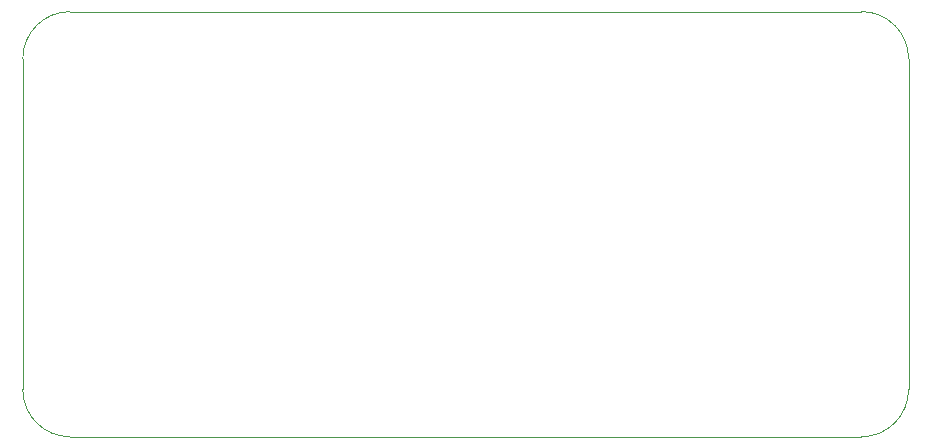
<source format=gbr>
%TF.GenerationSoftware,KiCad,Pcbnew,(6.0.5)*%
%TF.CreationDate,2023-02-17T00:10:57+08:00*%
%TF.ProjectId,EmoeNAP,456d6f65-4e41-4502-9e6b-696361645f70,rev?*%
%TF.SameCoordinates,Original*%
%TF.FileFunction,Profile,NP*%
%FSLAX46Y46*%
G04 Gerber Fmt 4.6, Leading zero omitted, Abs format (unit mm)*
G04 Created by KiCad (PCBNEW (6.0.5)) date 2023-02-17 00:10:57*
%MOMM*%
%LPD*%
G01*
G04 APERTURE LIST*
%TA.AperFunction,Profile*%
%ADD10C,0.100000*%
%TD*%
G04 APERTURE END LIST*
D10*
X114000000Y-89000000D02*
G75*
G03*
X110000000Y-93000000I0J-4000000D01*
G01*
X114000000Y-89000000D02*
X181000000Y-89000000D01*
X114000000Y-125000000D02*
X181000000Y-125000000D01*
X110000000Y-93000000D02*
X110000000Y-121000000D01*
X110000000Y-121000000D02*
G75*
G03*
X114000000Y-125000000I4000000J0D01*
G01*
X181000000Y-125000000D02*
G75*
G03*
X185000000Y-121000000I0J4000000D01*
G01*
X185000000Y-93000000D02*
G75*
G03*
X181000000Y-89000000I-4000000J0D01*
G01*
X185000000Y-93000000D02*
X185000000Y-121000000D01*
M02*

</source>
